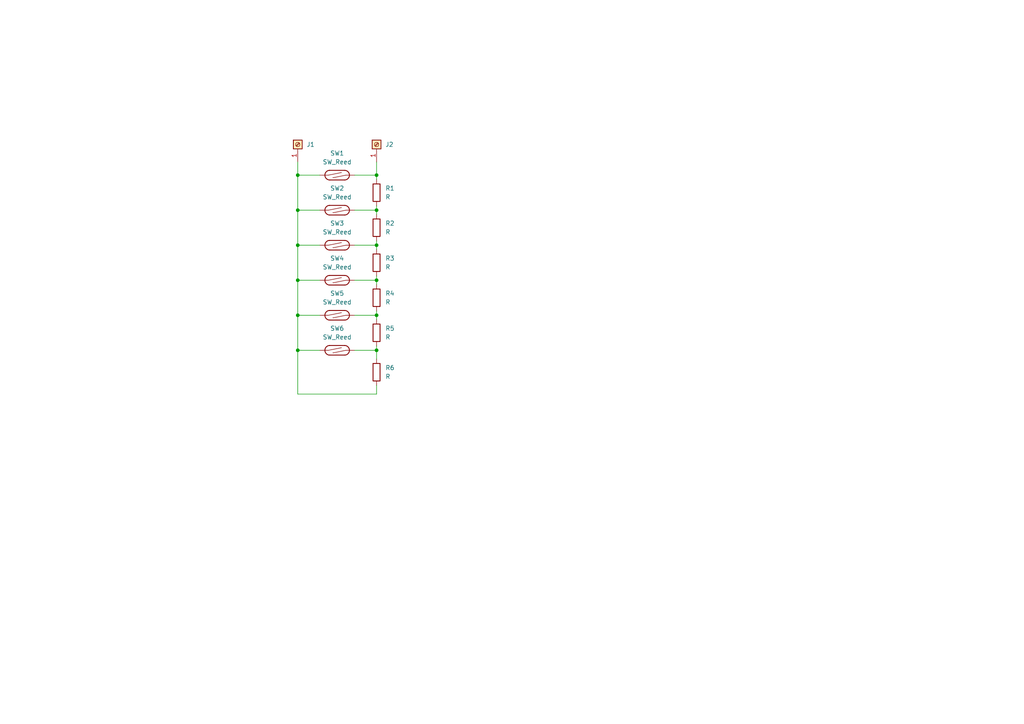
<source format=kicad_sch>
(kicad_sch (version 20211123) (generator eeschema)
  (paper "A4")
  (lib_symbols
    (symbol "Connector:Screw_Terminal_01x01" (pin_names (offset 1.016) hide)
      (property "Reference" "J" (at 0 2.54 0))
      (property "Value" "Screw_Terminal_01x01" (at 0 -2.54 0))
      (symbol "Screw_Terminal_01x01_1_1"
        (rectangle (start -1.27 1.27) (end 1.27 -1.27) (stroke (width 0.254)) (fill (type background)))
        (polyline (pts (xy -0.5334 0.3302) (xy 0.3302 -0.508)) (stroke (width 0.1524)))
        (polyline (pts (xy -0.3556 0.508) (xy 0.508 -0.3302)) (stroke (width 0.1524)))
        (circle (center 0 0) (radius 0.635) (stroke (width 0.1524)))
        (pin passive line (at -5.08 0 0) (length 3.81) (name "Pin_1") (number "1"))
      )
    )
    (symbol "Device:R" (pin_numbers hide) (pin_names (offset 0))
      (property "Reference" "R" (at 2.032 0 90))
      (property "Value" "R" (at 0 0 90))
      (symbol "R_0_1"
        (rectangle (start -1.016 -2.54) (end 1.016 2.54) (stroke (width 0.254)))
      )
      (symbol "R_1_1"
        (pin passive line (at 0 3.81 270) (length 1.27) (name "~") (number "1"))
        (pin passive line (at 0 -3.81 90) (length 1.27) (name "~") (number "2"))
      )
    )
    (symbol "Switch:SW_Reed" (pin_numbers hide) (pin_names (offset 0) hide)
      (property "Reference" "SW" (at 0 2.54 0))
      (property "Value" "SW_Reed" (at 0 -2.54 0))
      (symbol "SW_Reed_0_0"
        (arc (start -2.159 1.397) (mid -3.556 0) (end -2.159 -1.397) (stroke (width 0.254)))
        (polyline (pts (xy -2.54 0) (xy 1.27 0.762)))
        (polyline (pts (xy -2.159 -1.397) (xy 2.286 -1.397)) (stroke (width 0.254)))
        (polyline (pts (xy 2.159 1.397) (xy -2.159 1.397)) (stroke (width 0.254)))
        (polyline (pts (xy 2.54 0) (xy -1.27 -0.762)))
        (arc (start 2.159 -1.397) (mid 3.556 0) (end 2.159 1.397) (stroke (width 0.254)))
      )
      (symbol "SW_Reed_1_1"
        (pin passive line (at -5.08 0 0) (length 2.54) (name "1") (number "1"))
        (pin passive line (at 5.08 0 180) (length 2.54) (name "2") (number "2"))
      )
    )
  )
  (junction (at 86.36 50.8))
  (junction (at 86.36 81.28))
  (junction (at 109.22 60.96))
  (junction (at 109.22 81.28))
  (junction (at 109.22 71.12))
  (junction (at 109.22 50.8))
  (junction (at 109.22 101.6))
  (junction (at 86.36 91.44))
  (junction (at 86.36 101.6))
  (junction (at 86.36 60.96))
  (junction (at 109.22 91.44))
  (junction (at 86.36 71.12))
  (wire (pts (xy 86.36 101.6) (xy 86.36 91.44)))
  (wire (pts (xy 109.22 100.33) (xy 109.22 101.6)))
  (wire (pts (xy 86.36 60.96) (xy 92.71 60.96)))
  (wire (pts (xy 109.22 71.12) (xy 109.22 72.39)))
  (wire (pts (xy 86.36 101.6) (xy 92.71 101.6)))
  (wire (pts (xy 102.87 101.6) (xy 109.22 101.6)))
  (wire (pts (xy 102.87 71.12) (xy 109.22 71.12)))
  (wire (pts (xy 102.87 91.44) (xy 109.22 91.44)))
  (wire (pts (xy 109.22 90.17) (xy 109.22 91.44)))
  (wire (pts (xy 109.22 81.28) (xy 109.22 82.55)))
  (wire (pts (xy 109.22 60.96) (xy 109.22 62.23)))
  (wire (pts (xy 109.22 101.6) (xy 109.22 104.14)))
  (wire (pts (xy 86.36 91.44) (xy 86.36 81.28)))
  (wire (pts (xy 86.36 114.3) (xy 86.36 101.6)))
  (wire (pts (xy 109.22 59.69) (xy 109.22 60.96)))
  (wire (pts (xy 86.36 81.28) (xy 86.36 71.12)))
  (wire (pts (xy 109.22 46.99) (xy 109.22 50.8)))
  (wire (pts (xy 86.36 60.96) (xy 86.36 50.8)))
  (wire (pts (xy 109.22 114.3) (xy 86.36 114.3)))
  (wire (pts (xy 102.87 81.28) (xy 109.22 81.28)))
  (wire (pts (xy 109.22 91.44) (xy 109.22 92.71)))
  (wire (pts (xy 86.36 50.8) (xy 92.71 50.8)))
  (wire (pts (xy 86.36 91.44) (xy 92.71 91.44)))
  (wire (pts (xy 109.22 50.8) (xy 109.22 52.07)))
  (wire (pts (xy 102.87 50.8) (xy 109.22 50.8)))
  (wire (pts (xy 102.87 60.96) (xy 109.22 60.96)))
  (wire (pts (xy 86.36 50.8) (xy 86.36 46.99)))
  (wire (pts (xy 109.22 111.76) (xy 109.22 114.3)))
  (wire (pts (xy 86.36 81.28) (xy 92.71 81.28)))
  (wire (pts (xy 109.22 69.85) (xy 109.22 71.12)))
  (wire (pts (xy 86.36 71.12) (xy 92.71 71.12)))
  (wire (pts (xy 86.36 71.12) (xy 86.36 60.96)))
  (wire (pts (xy 109.22 80.01) (xy 109.22 81.28)))
  (symbol (lib_id "Device:R") (at 109.22 55.88 180) (unit 1)
    (property "Reference" "R1" (at 111.76 54.6099 0) (effects (justify right)))
    (property "Value" "R" (at 111.76 57.1499 0) (effects (justify right)))
  )
  (symbol (lib_id "Connector:Screw_Terminal_01x01") (at 109.22 41.91 90) (unit 1)
    (property "Reference" "J2" (at 111.76 41.9099 90) (effects (justify right)))
    (property "Value" "Screw_Terminal_01x01" (effects hide))
  )
  (symbol (lib_id "Device:R") (at 109.22 107.95 180) (unit 1)
    (property "Reference" "R6" (at 111.76 106.6799 0) (effects (justify right)))
    (property "Value" "R" (at 111.76 109.2199 0) (effects (justify right)))
  )
  (symbol (lib_id "Switch:SW_Reed") (at 97.79 50.8 180) (unit 1)
    (property "Reference" "SW1" (at 97.79 44.45 0))
    (property "Value" "SW_Reed" (at 97.79 46.99 0))
  )
  (symbol (lib_id "Device:R") (at 109.22 86.36 180) (unit 1)
    (property "Reference" "R4" (at 111.76 85.0899 0) (effects (justify right)))
    (property "Value" "R" (at 111.76 87.6299 0) (effects (justify right)))
  )
  (symbol (lib_id "Connector:Screw_Terminal_01x01") (at 86.36 41.91 90) (unit 1)
    (property "Reference" "J1" (at 88.9 41.9099 90) (effects (justify right)))
    (property "Value" "Screw_Terminal_01x01" (effects hide))
  )
  (symbol (lib_id "Device:R") (at 109.22 96.52 180) (unit 1)
    (property "Reference" "R5" (at 111.76 95.2499 0) (effects (justify right)))
    (property "Value" "R" (at 111.76 97.7899 0) (effects (justify right)))
  )
  (symbol (lib_id "Device:R") (at 109.22 76.2 180) (unit 1)
    (property "Reference" "R3" (at 111.76 74.9299 0) (effects (justify right)))
    (property "Value" "R" (at 111.76 77.4699 0) (effects (justify right)))
  )
  (symbol (lib_id "Switch:SW_Reed") (at 97.79 91.44 180) (unit 1)
    (property "Reference" "SW5" (at 97.79 85.09 0))
    (property "Value" "SW_Reed" (at 97.79 87.63 0))
  )
  (symbol (lib_id "Switch:SW_Reed") (at 97.79 101.6 180) (unit 1)
    (property "Reference" "SW6" (at 97.79 95.25 0))
    (property "Value" "SW_Reed" (at 97.79 97.79 0))
  )
  (symbol (lib_id "Switch:SW_Reed") (at 97.79 71.12 180) (unit 1)
    (property "Reference" "SW3" (at 97.79 64.77 0))
    (property "Value" "SW_Reed" (at 97.79 67.31 0))
  )
  (symbol (lib_id "Device:R") (at 109.22 66.04 180) (unit 1)
    (property "Reference" "R2" (at 111.76 64.7699 0) (effects (justify right)))
    (property "Value" "R" (at 111.76 67.3099 0) (effects (justify right)))
  )
  (symbol (lib_id "Switch:SW_Reed") (at 97.79 81.28 180) (unit 1)
    (property "Reference" "SW4" (at 97.79 74.93 0))
    (property "Value" "SW_Reed" (at 97.79 77.47 0))
  )
  (symbol (lib_id "Switch:SW_Reed") (at 97.79 60.96 180) (unit 1)
    (property "Reference" "SW2" (at 97.79 54.61 0))
    (property "Value" "SW_Reed" (at 97.79 57.15 0))
  )
)
</source>
